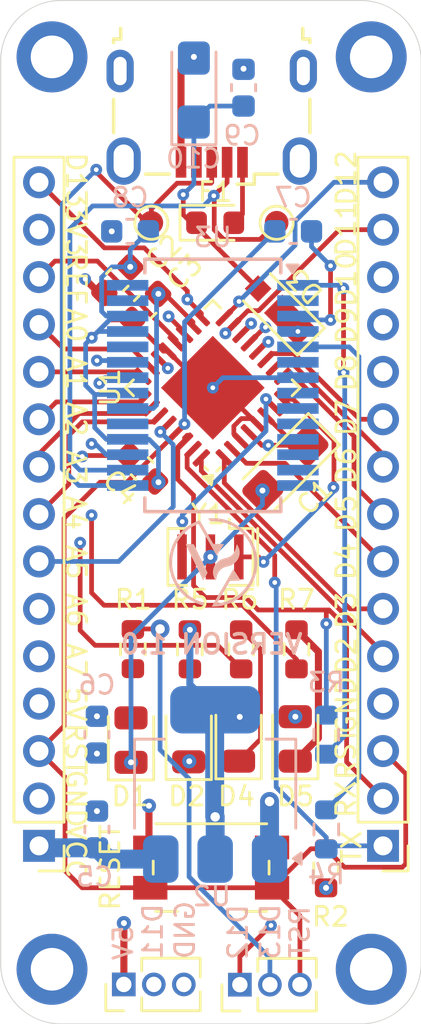
<source format=kicad_pcb>
(kicad_pcb (version 20240108) (generator "pcbnew") (generator_version "8.0")
  (layers (0 "F.Cu" signal "Front") (1 "In1.Cu" power) (2 "In2.Cu" power) (31 "B.Cu" signal "Back") (34 "B.Paste" user) (35 "F.Paste" user) (36 "B.SilkS" user "B.Silkscreen") (37 "F.SilkS" user "F.Silkscreen") (38 "B.Mask" user) (39 "F.Mask" user) (44 "Edge.Cuts" user))
  (net 0 "")
  (net 1 "+5V")
  (net 2 "GND")
  (net 3 "/AREF")
  (net 4 "VCC")
  (net 5 "/RESET")
  (net 6 "Net-(U3-RTS)")
  (net 7 "+3V3")
  (net 8 "VBUS")
  (net 9 "Net-(D1-A)")
  (net 10 "Net-(D2-A)")
  (net 11 "Net-(D4-K)")
  (net 12 "Net-(D5-K)")
  (net 13 "Net-(J1-VBUS)")
  (net 14 "/D_P")
  (net 16 "/D_N")
  (net 17 "/A2")
  (net 18 "/D13")
  (net 19 "/A6")
  (net 20 "/A3")
  (net 21 "/A5")
  (net 22 "/A0")
  (net 23 "/A7")
  (net 24 "/A1")
  (net 25 "/A4")
  (net 26 "/D3")
  (net 27 "/D6")
  (net 28 "/D4")
  (net 29 "/D1{slash}TX")
  (net 30 "/D9")
  (net 31 "/D10")
  (net 32 "/D12")
  (net 33 "/D11")
  (net 34 "/D5")
  (net 35 "/D7")
  (net 36 "/D8")
  (net 37 "/D2")
  (net 38 "/D0{slash}RX")
  (net 39 "/RX")
  (net 40 "/TX")
  (net 41 "Net-(U3-CBUS0)")
  (net 42 "Net-(U3-CBUS1)")
  (net 43 "/XTAL0")
  (net 44 "/XTAL1")
  (footprint "LED_SMD:LED_0805_2012Metric" (layer "F.Cu") (at 149.487107 100.042893 90)
    (property "Reference" "D2")
    (property "Value" "BLUE")
  )
  (footprint "Mounting Hole_1.8mm:MountingHole_2.2mm_M2_DIN965_Pad" (layer "F.Cu") (at 157.207107 109.732893 90)
    (property "Reference" "H4" (hide yes))
    (property "Value" "MountingHole_Pad" (hide yes))
  )
  (footprint "Capacitor_Tantalum_SMD:CP_EIA-3216-10_Kemet-I" (layer "F.Cu") (at 153.577107 88.575528 -135)
    (property "Reference" "C1")
    (property "Value" "4u7_16V")
  )
  (footprint "Crystal:Resonator_SMD_Murata_CSTxExxV-3Pin_3.0x1.1mm" (layer "F.Cu") (at 150.407107 92.332893 180)
    (property "Reference" "Y1")
    (property "Value" "16MHz")
  )
  (footprint "Connector_PinHeader_2.00mm:PinHeader_1x15_P2.00mm_Vertical" (layer "F.Cu") (at 143.157107 104.524935 180)
    (property "Reference" "J2" (hide yes))
    (property "Value" "Conn_01x15_Pin" (hide yes))
  )
  (footprint "Package_DFN_QFN:QFN-32-1EP_5x5mm_P0.5mm_EP3.1x3.1mm" (layer "F.Cu") (at 150.507107 85.195528 135)
    (property "Reference" "U1")
    (property "Value" "ATmega328P-M")
  )
  (footprint "Connector_USB:USB_Micro-B_Wuerth_629105150521" (layer "F.Cu") (at 150.462107 73.779935 180)
    (property "Reference" "J1" (hide yes))
    (property "Value" "USB_B_Micro")
  )
  (footprint "Connector_PinHeader_2.00mm:PinHeader_1x15_P2.00mm_Vertical" (layer "F.Cu") (at 157.707107 104.524935 180)
    (property "Reference" "J3" (hide yes))
    (property "Value" "Conn_01x15_Pin" (hide yes))
  )
  (footprint "Resistor_SMD:R_0603_1608Metric" (layer "F.Cu") (at 151.707107 96.232893 90)
    (property "Reference" "R6")
    (property "Value" "1k")
  )
  (footprint "Capacitor_SMD:C_0603_1608Metric" (layer "F.Cu") (at 147.517107 88.602893 -45)
    (property "Reference" "C4")
    (property "Value" "100n")
  )
  (footprint "TestPoint:TestPoint_Pad_D1.0mm" (layer "F.Cu") (at 153.207107 78.232893 90)
    (property "Reference" "TP2" (hide yes))
    (property "Value" "TestPoint")
  )
  (footprint "LED_SMD:LED_0805_2012Metric" (layer "F.Cu") (at 153.997107 100.012893 90)
    (property "Reference" "D5")
    (property "Value" "GREEN")
  )
  (footprint "Button_Switch_SMD:Panasonic_EVQPUK_EVQPUB" (layer "F.Cu") (at 150.437107 105.442893 180)
    (property "Reference" "SW1" (hide yes))
    (property "Value" "RESET")
  )
  (footprint "Resistor_SMD:R_0603_1608Metric" (layer "F.Cu") (at 149.537107 96.232893 -90)
    (property "Reference" "R5")
    (property "Value" "1k")
  )
  (footprint "Mounting Hole_1.8mm:MountingHole_2.2mm_M2_DIN965_Pad" (layer "F.Cu") (at 143.707107 71.232893 90)
    (property "Reference" "H2" (hide yes))
    (property "Value" "MountingHole_Pad" (hide yes))
  )
  (footprint "LED_SMD:LED_0805_2012Metric" (layer "F.Cu") (at 147.047107 100.062893 90)
    (property "Reference" "D1")
    (property "Value" "YELLOW")
  )
  (footprint "Capacitor_SMD:C_0603_1608Metric" (layer "F.Cu") (at 147.647107 81.782893 -135)
    (property "Reference" "C3")
    (property "Value" "1u")
  )
  (footprint "Connector_PinHeader_1.27mm:PinHeader_1x03_P1.27mm_Vertical" (layer "F.Cu") (at 151.652107 110.382893 90)
    (property "Reference" "J5" (hide yes))
    (property "Value" "Conn_01x03_Pin" (hide yes))
  )
  (footprint "Mounting Hole_1.8mm:MountingHole_2.2mm_M2_DIN965_Pad" (layer "F.Cu") (at 157.207107 71.232893 90)
    (property "Reference" "H1" (hide yes))
    (property "Value" "MountingHole_Pad" (hide yes))
  )
  (footprint "LED_SMD:LED_0805_2012Metric" (layer "F.Cu") (at 151.597107 100.012893 90)
    (property "Reference" "D4")
    (property "Value" "RED")
  )
  (footprint "Capacitor_SMD:C_0603_1608Metric" (layer "F.Cu") (at 146.467107 80.642893 45)
    (property "Reference" "C2")
    (property "Value" "1u")
  )
  (footprint "Resistor_SMD:R_0603_1608Metric" (layer "F.Cu") (at 155.297107 105.472893 90)
    (property "Reference" "R2")
    (property "Value" "1k")
  )
  (footprint "Resistor_SMD:R_0603_1608Metric" (layer "F.Cu") (at 154.047107 96.232893 90)
    (property "Reference" "R7")
    (property "Value" "1k")
  )
  (footprint "Connector_PinHeader_1.27mm:PinHeader_1x03_P1.27mm_Vertical" (layer "F.Cu") (at 146.742107 110.372893 90)
    (property "Reference" "J4" (hide yes))
    (property "Value" "Conn_01x03_Pin" (hide yes))
  )
  (footprint "TestPoint:TestPoint_Pad_D1.0mm" (layer "F.Cu") (at 147.907107 78.232893 90)
    (property "Reference" "TP1" (hide yes))
    (property "Value" "TestPoint")
  )
  (footprint "Resistor_SMD:R_0603_1608Metric" (layer "F.Cu") (at 147.127107 96.222893 90)
    (property "Reference" "R1")
    (property "Value" "1k")
  )
  (footprint "Diode_SMD:D_MicroSMP_AK" (layer "F.Cu") (at 153.144472 81.732893 135)
    (property "Reference" "D3")
    (property "Value" "D")
  )
  (footprint "Diode_SMD:D_0603_1608Metric" (layer "F.Cu") (at 150.607107 78.232893)
    (property "Reference" "F1")
    (property "Value" "0603")
  )
  (footprint "Mounting Hole_1.8mm:MountingHole_2.2mm_M2_DIN965_Pad" (layer "F.Cu") (at 143.707107 109.732893 90)
    (property "Reference" "H3" (hide yes))
    (property "Value" "MountingHole_Pad" (hide yes))
  )
  (footprint "Capacitor_SMD:C_0603_1608Metric" (layer "B.Cu") (at 145.607107 103.832893 90)
    (property "Reference" "C5")
    (property "Value" "1u")
  )
  (footprint "Package_SO:SSOP-28_5.3x10.2mm_P0.65mm" (layer "B.Cu") (at 150.507107 85.095528 180)
    (property "Reference" "U3")
    (property "Value" "FT232RL")
  )
  (footprint "Resistor_SMD:R_0603_1608Metric" (layer "B.Cu") (at 155.307107 103.832893 90)
    (property "Reference" "R4")
    (property "Value" "1k")
  )
  (footprint "Logo SV 2:Logo SV" (layer "B.Cu") (at 150.527044 96.476997 180)
    (property "Reference" "G***" (hide yes))
    (property "Value" "LOGO" (hide yes))
  )
  (footprint "Capacitor_Tantalum_SMD:CP_EIA-3216-10_Kemet-I" (layer "B.Cu") (at 149.707107 72.632893 90)
    (property "Reference" "C10")
    (property "Value" "4u7_16V")
  )
  (footprint "Capacitor_SMD:C_0603_1608Metric" (layer "B.Cu") (at 147.007107 78.595528 180)
    (property "Reference" "C8")
    (property "Value" "100n")
  )
  (footprint "Package_TO_SOT_SMD:SOT-223-3_TabPin2" (layer "B.Cu") (at 150.607107 101.932893 90)
    (property "Reference" "U2")
    (property "Value" "LM1117MP-5.0")
  )
  (footprint "Capacitor_SMD:C_0603_1608Metric" (layer "B.Cu") (at 153.907107 78.595528 180)
    (property "Reference" "C7")
    (property "Value" "100n")
  )
  (footprint "Capacitor_SMD:C_0603_1608Metric" (layer "B.Cu") (at 151.807107 72.532893 -90)
    (property "Reference" "C9")
    (property "Value" "100n")
  )
  (footprint "Capacitor_SMD:C_0603_1608Metric" (layer "B.Cu") (at 145.607107 99.832893 -90)
    (property "Reference" "C6")
    (property "Value" "1u")
  )
  (footprint "Resistor_SMD:R_0603_1608Metric" (layer "B.Cu") (at 155.307107 99.832893 -90)
    (property "Reference" "R3")
    (property "Value" "1k")
  )
  (gr_arc (start 141.537107 71.394935) (mid 142.281041 69.598857) (end 144.077107 68.854935) (stroke (width 0.0381)) (layer "Edge.Cuts"))
  (gr_arc (start 159.317107 109.494935) (mid 158.573143 111.290959) (end 156.777107 112.034935) (stroke (width 0.0381)) (layer "Edge.Cuts"))
  (gr_arc (start 156.777107 68.854935) (mid 158.573143 69.598886) (end 159.317107 71.394935) (stroke (width 0.0381)) (layer "Edge.Cuts"))
  (gr_arc (start 144.077107 112.034935) (mid 142.281041 111.290989) (end 141.537107 109.494935) (stroke (width 0.0381)) (layer "Edge.Cuts"))
  (gr_line (start 141.537107 71.394935) (end 141.537107 109.494935) (stroke (width 0.0381)) (layer "Edge.Cuts"))
  (gr_line (start 144.077107 112.034935) (end 156.777107 112.034935) (stroke (width 0.0381)) (layer "Edge.Cuts"))
  (gr_line (start 159.317107 109.494935) (end 159.317107 71.394935) (stroke (width 0.0381)) (layer "Edge.Cuts"))
  (gr_line (start 156.777107 68.854935) (end 144.077107 68.854935) (stroke (width 0.0381)) (layer "Edge.Cuts"))
  (gr_text "5V" (at 147.187107 107.815017 90) (layer "B.SilkS") (effects (font (size 0.8 0.8) (thickness 0.12)) (justify left bottom mirror)))
  (gr_text "D13" (at 153.407107 106.905017 90) (layer "B.SilkS") (effects (font (size 0.8 0.8) (thickness 0.12)) (justify left bottom mirror)))
  (gr_text "RST" (at 154.657107 106.995017 90) (layer "B.SilkS") (effects (font (size 0.8 0.8) (thickness 0.12)) (justify left bottom mirror)))
  (gr_text "VERSION 1.0" (at 154.387107 96.492893 0) (layer "B.SilkS") (effects (font (size 0.8128 0.8128) (thickness 0.1524) (bold yes)) (justify left bottom mirror)))
  (gr_text "D11" (at 148.437107 106.895017 90) (layer "B.SilkS") (effects (font (size 0.8 0.8) (thickness 0.12)) (justify left bottom mirror)))
  (gr_text "D12" (at 152.037107 106.925017 90) (layer "B.SilkS") (effects (font (size 0.8 0.8) (thickness 0.12)) (justify left bottom mirror)))
  (gr_text "GND\n\n" (at 151.087107 106.775017 90) (layer "B.SilkS") (effects (font (size 0.8 0.8) (thickness 0.12)) (justify left bottom mirror)))
  (gr_text "D6" (at 156.617107 89.345017 90) (layer "F.SilkS") (effects (font (size 0.8 0.8) (thickness 0.12)) (justify left bottom)))
  (gr_text "D10" (at 156.617107 81.855017 90) (layer "F.SilkS") (effects (font (size 0.8 0.8) (thickness 0.12)) (justify left bottom)))
  (gr_text "GND" (at 156.617107 99.885017 90) (layer "F.SilkS") (effects (font (size 0.8 0.8) (thickness 0.12)) (justify left bottom)))
  (gr_text "D3" (at 156.617107 95.445017 90) (layer "F.SilkS") (effects (font (size 0.8 0.8) (thickness 0.12)) (justify left bottom)))
  (gr_text "RST" (at 156.607107 101.815017 90) (layer "F.SilkS") (effects (font (size 0.8 0.8) (thickness 0.12)) (justify left bottom)))
  (gr_text "3V3\n\n" (at 142.968169 77.373955 -90) (layer "F.SilkS") (effects (font (size 0.8 0.8) (thickness 0.12)) (justify left bottom)))
  (gr_text "RX" (at 156.607107 103.415017 90) (layer "F.SilkS") (effects (font (size 0.8 0.8) (thickness 0.12)) (justify left bottom)))
  (gr_text "D7" (at 156.617107 87.305017 90) (layer "F.SilkS") (effects (font (size 0.8 0.8) (thickness 0.12)) (justify left bottom)))
  (gr_text "D13" (at 144.258169 75.193955 -90) (layer "F.SilkS") (effects (font (size 0.8 0.8) (thickness 0.12)) (justify left bottom)))
  (gr_text "D5" (at 156.617107 91.355017 90) (layer "F.SilkS") (effects (font (size 0.8 0.8) (thickness 0.12)) (justify left bottom)))
  (gr_text "D11" (at 156.607107 79.735017 90) (layer "F.SilkS") (effects (font (size 0.8 0.8) (thickness 0.12)) (justify left bottom)))
  (gr_text "RESET\n" (at 146.637107 107.322893 90) (layer "F.SilkS") (effects (font (size 0.8 0.8) (thickness 0.12)) (justify left bottom)))
  (gr_text "VCC\n" (at 144.247107 103.524935 -90) (layer "F.SilkS") (effects (font (size 0.8 0.8) (thickness 0.12)) (justify left bottom)))
  (gr_text "A4" (at 144.247107 89.672893 -90) (layer "F.SilkS") (effects (font (size 0.8 0.8) (thickness 0.12)) (justify left bottom)))
  (gr_text "A6" (at 144.267107 93.782893 -90) (layer "F.SilkS") (effects (font (size 0.8 0.8) (thickness 0.12)) (justify left bottom)))
  (gr_text "A2" (at 144.267107 85.712893 -90) (layer "F.SilkS") (effects (font (size 0.8 0.8) (thickness 0.12)) (justify left bottom)))
  (gr_text "A7" (at 144.257107 95.892893 -90) (layer "F.SilkS") (effects (font (size 0.8 0.8) (thickness 0.12)) (justify left bottom)))
  (gr_text "GND" (at 144.247107 101.232893 -90) (layer "F.SilkS") (effects (font (size 0.8 0.8) (thickness 0.12)) (justify left bottom)))
  (gr_text "TX" (at 156.847107 105.345017 90) (layer "F.SilkS") (effects (font (size 0.8 0.8) (thickness 0.12)) (justify left bottom)))
  (gr_text "D8" (at 156.617107 85.425017 90) (layer "F.SilkS") (effects (font (size 0.8 0.8) (thickness 0.12)) (justify left bottom)))
  (gr_text "A5" (at 144.257107 91.752893 -90) (layer "F.SilkS") (effects (font (size 0.8 0.8) (thickness 0.12)) (justify left bottom)))
  (gr_text "D4" (at 156.607107 93.385017 90) (layer "F.SilkS") (effects (font (size 0.8 0.8) (thickness 0.12)) (justify left bottom)))
  (gr_text "RST" (at 144.247107 99.272893 -90) (layer "F.SilkS") (effects (font (size 0.8 0.8) (thickness 0.12)) (justify left bottom)))
  (gr_text "5V" (at 144.247107 97.742893 -90) (layer "F.SilkS") (effects (font (size 0.8 0.8) (thickness 0.12)) (justify left bottom)))
  (gr_text "A1" (at 144.257107 83.752893 -90) (layer "F.SilkS") (effects (font (size 0.8 0.8) (thickness 0.12)) (justify left bottom)))
  (gr_text "D9" (at 156.627107 83.425017 90) (layer "F.SilkS") (effects (font (size 0.8 0.8) (thickness 0.12)) (justify left bottom)))
  (gr_text "REF\n" (at 144.257107 79.412893 -90) (layer "F.SilkS") (effects (font (size 0.8 0.8) (thickness 0.12)) (justify left bottom)))
  (gr_text "D12" (at 156.617107 77.585017 90) (layer "F.SilkS") (effects (font (size 0.8 0.8) (thickness 0.12)) (justify left bottom)))
  (gr_text "A0\n" (at 144.257107 81.752893 -90) (layer "F.SilkS") (effects (font (size 0.8 0.8) (thickness 0.12)) (justify left bottom)))
  (gr_text "D2" (at 156.617107 97.365017 90) (layer "F.SilkS") (effects (font (size 0.8 0.8) (thickness 0.12)) (justify left bottom)))
  (gr_text "A3" (at 144.247107 87.752893 -90) (layer "F.SilkS") (effects (font (size 0.8 0.8) (thickness 0.12)) (justify left bottom)))
  (segment (start 152.582935 87.624909) (end 152.053903 87.095877) (width 0.2) (layer "F.Cu") (net 1))
  (segment (start 152.57896 87.620934) (end 154.531701 87.620934) (width 0.2) (layer "F.Cu") (net 1))
  (segment (start 148.204579 81.233495) (end 148.477709 81.233495) (width 0.2) (layer "F.Cu") (net 1))
  (segment (start 149.667418 82.423204) (end 149.667418 82.588072) (width 0.2) (layer "F.Cu") (net 1))
  (segment (start 153.993173 87.620934) (end 152.76101 86.388771) (width 0.2) (layer "F.Cu") (net 1))
  (segment (start 146.747107 110.367893) (end 146.742107 110.372893) (width 0.3) (layer "F.Cu") (net 1))
  (segment (start 148.477709 81.233495) (end 149.667418 82.423204) (width 0.2) (layer "F.Cu") (net 1))
  (segment (start 145.919099 81.190901) (end 145.685115 81.190901) (width 0.3) (layer "F.Cu") (net 1))
  (segment (start 154.531701 87.620934) (end 153.993173 87.620934) (width 0.2) (layer "F.Cu") (net 1))
  (segment (start 152.856252 87.624909) (end 152.582935 87.624909) (width 0.2) (layer "F.Cu") (net 1))
  (segment (start 152.053903 87.095877) (end 152.57896 87.620934) (width 0.2) (layer "F.Cu") (net 1))
  (segment (start 146.747107 107.785017) (end 146.747107 110.367893) (width 0.3) (layer "F.Cu") (net 1))
  (segment (start 145.685115 81.190901) (end 145.107107 80.612893) (width 0.3) (layer "F.Cu") (net 1))
  (via (at 145.607107 99.057893) (size 0.6) (drill 0.25) (layers "F.Cu" "B.Cu") (net 1))
  (via (at 151.647107 99.082893) (size 0.6) (drill 0.25) (layers "F.Cu" "B.Cu") (net 1))
  (via (at 155.297107 106.297893) (size 0.6) (drill 0.25) (layers "F.Cu" "B.Cu") (net 1))
  (via (at 150.607107 103.302893) (size 0.8) (drill 0.4) (layers "F.Cu" "B.Cu") (net 1))
  (via (at 149.537107 95.407893) (size 0.6) (drill 0.25) (layers "F.Cu" "B.Cu") (net 1))
  (via (at 154.107107 82.820528) (size 0.5) (drill 0.2) (layers "F.Cu" "B.Cu") (net 1))
  (via (at 146.747107 107.785017) (size 0.6) (drill 0.25) (layers "F.Cu" "B.Cu") (net 1))
  (via (at 152.856252 87.624909) (size 0.5) (drill 0.2) (layers "F.Cu" "B.Cu") (net 1))
  (via (at 148.204579 81.233495) (size 0.6) (drill 0.25) (layers "F.Cu" "B.Cu") (net 1))
  (via (at 153.997107 99.075393) (size 0.6) (drill 0.25) (layers "F.Cu" "B.Cu") (net 1))
  (via (at 145.107107 80.612893) (size 0.5) (drill 0.2) (layers "F.Cu" "B.Cu") (net 1))
  (segment (start 148.128829 81.309245) (end 148.128829 85.923806) (width 0.2) (layer "B.Cu") (net 1))
  (segment (start 148.128829 85.923806) (end 147.982107 86.070528) (width 0.2) (layer "B.Cu") (net 1))
  (segment (start 147.982107 86.070528) (end 146.907107 86.070528) (width 0.2) (layer "B.Cu") (net 1))
  (segment (start 150.587107 98.802893) (end 150.607107 98.782893) (width 0.8) (layer "B.Cu") (net 1))
  (segment (start 149.537107 97.712893) (end 149.537107 95.407893) (width 0.3) (layer "B.Cu") (net 1))
  (segment (start 150.607107 98.782893) (end 149.537107 97.712893) (width 0.3) (layer "B.Cu") (net 1))
  (segment (start 150.607107 103.302893) (end 150.587107 103.282893) (width 0.8) (layer "B.Cu") (net 1))
  (segment (start 148.204579 81.233495) (end 148.128829 81.309245) (width 0.2) (layer "B.Cu") (net 1))
  (segment (start 150.607107 103.302893) (end 150.607107 105.082893) (width 0.8) (layer "B.Cu") (net 1))
  (segment (start 150.587107 103.282893) (end 150.587107 98.802893) (width 0.8) (layer "B.Cu") (net 1))
  (segment (start 145.387107 83.082893) (end 146.139099 82.330901) (width 0.2) (layer "F.Cu") (net 2))
  (segment (start 150.153554 85.195528) (end 148.606758 83.648732) (width 0.2) (layer "F.Cu") (net 2))
  (segment (start 151.714243 86.495793) (end 151.397107 86.812929) (width 0.2) (layer "F.Cu") (net 2))
  (segment (start 152.160925 86.495793) (end 151.714243 86.495793) (width 0.2) (layer "F.Cu") (net 2))
  (segment (start 150.507107 85.195528) (end 150.86066 85.195528) (width 0.2) (layer "F.Cu") (net 2))
  (segment (start 148.41693 83.648732) (end 148.606758 83.648732) (width 0.2) (layer "F.Cu") (net 2))
  (segment (start 151.397107 86.812929) (end 151.397107 87.146188) (width 0.2) (layer "F.Cu") (net 2))
  (segment (start 149.162107 71.777893) (end 149.707107 71.232893) (width 0.3) (layer "F.Cu") (net 2))
  (segment (start 153.012107 104.592893) (end 153.012107 102.757893) (width 0.3) (layer "F.Cu") (net 2))
  (segment (start 153.012107 102.757893) (end 152.907107 102.652893) (width 0.3) (layer "F.Cu") (net 2))
  (segment (start 147.807107 104.537893) (end 147.862107 104.592893) (width 0.3) (layer "F.Cu") (net 2))
  (segment (start 150.507107 85.195528) (end 150.153554 85.195528) (width 0.2) (layer "F.Cu") (net 2))
  (segment (start 147.099099 82.330901) (end 148.41693 83.648732) (width 0.2) (layer "F.Cu") (net 2))
  (segment (start 151.397107 87.146188) (end 151.70035 87.449431) (width 0.2) (layer "F.Cu") (net 2))
  (segment (start 153.007107 104.587893) (end 153.012107 104.592893) (width 0.3) (layer "F.Cu") (net 2))
  (segment (start 146.139099 82.330901) (end 147.099099 82.330901) (width 0.2) (layer "F.Cu") (net 2))
  (segment (start 149.162107 75.679935) (end 149.162107 71.777893) (width 0.3) (layer "F.Cu") (net 2))
  (segment (start 152.407456 86.742324) (end 152.160925 86.495793) (width 0.2) (layer "F.Cu") (net 2))
  (segment (start 147.807107 102.832893) (end 147.807107 104.537893) (width 0.3) (layer "F.Cu") (net 2))
  (segment (start 150.86066 85.195528) (end 152.407456 86.742324) (width 0.2) (layer "F.Cu") (net 2))
  (via (at 152.607107 89.532893) (size 0.6) (drill 0.25) (layers "F.Cu" "B.Cu") (net 2))
  (via (at 145.607107 103.057893) (size 0.6) (drill 0.25) (layers "F.Cu" "B.Cu") (net 2))
  (via (at 148.209109 89.181588) (size 0.6) (drill 0.25) (layers "F.Cu" "B.Cu") (net 2))
  (via (at 145.387107 83.082893) (size 0.5) (drill 0.2) (layers "F.Cu" "B.Cu") (net 2))
  (via (at 145.607107 100.632893) (size 0.6) (drill 0.25) (layers "F.Cu" "B.Cu") (net 2))
  (via (at 152.907107 102.652893) (size 0.8) (drill 0.4) (layers "F.Cu" "B.Cu") (net 2))
  (via (at 151.807107 71.732893) (size 0.6) (drill 0.25) (layers "F.Cu" "B.Cu") (net 2))
  (via (at 149.707107 71.232893) (size 0.6) (drill 0.25) (layers "F.Cu" "B.Cu") (net 2))
  (via (at 150.407107 92.332893) (size 0.6) (drill 0.25) (layers "F.Cu" "B.Cu") (net 2))
  (via (at 150.507107 85.195528) (size 0.5) (drill 0.2) (layers "F.Cu" "B.Cu") (net 2))
  (via (at 147.015115 80.094885) (size 0.6) (drill 0.25) (layers "F.Cu" "B.Cu") (net 2))
  (via (at 149.510857 100.956643) (size 0.6) (drill 0.25) (layers "F.Cu" "B.Cu") (net 2))
  (via (at 147.807107 102.832893) (size 0.6) (drill 0.25) (layers "F.Cu" "B.Cu") (net 2))
  (via (at 147.047107 101.000393) (size 0.6) (drill 0.25) (layers "F.Cu" "B.Cu") (net 2))
  (segment (start 145.51103 85.478935) (end 145.130107 85.098012) (width 0.2) (layer "B.Cu") (net 2))
  (segment (start 145.805107 80.534893) (end 146.245115 80.094885) (width 0.2) (layer "B.Cu") (net 2))
  (segment (start 146.245115 80.094885) (end 147.015115 80.094885) (width 0.2) (layer "B.Cu") (net 2))
  (segment (start 152.607107 90.132893) (end 150.407107 92.332893) (width 0.2) (layer "B.Cu") (net 2))
  (segment (start 152.907107 102.652893) (end 152.907107 105.082893) (width 0.8) (layer "B.Cu") (net 2))
  (segment (start 150.507107 85.195528) (end 150.932107 84.770528) (width 0.2) (layer "B.Cu") (net 2))
  (segment (start 147.015115 79.36252) (end 147.782107 78.595528) (width 0.2) (layer "B.Cu") (net 2))
  (segment (start 146.907107 87.370528) (end 146.003107 87.370528) (width 0.2) (layer "B.Cu") (net 2))
  (segment (start 146.907107 85.420528) (end 146.8487 85.478935) (width 0.2) (layer "B.Cu") (net 2))
  (segment (start 154.004742 84.770528) (end 153.807107 84.572893) (width 0.2) (layer "B.Cu") (net 2))
  (segment (start 145.805107 81.972528) (end 145.805107 80.534893) (width 0.2) (layer "B.Cu") (net 2))
  (segment (start 145.649472 82.820528) (end 145.387107 83.082893) (width 0.2) (layer "B.Cu") (net 2))
  (segment (start 146.907107 82.170528) (end 146.003107 82.170528) (width 0.2) (layer "B.Cu") (net 2))
  (segment (start 146.003107 82.170528) (end 145.805107 81.972528) (width 0.2) (layer "B.Cu") (net 2))
  (segment (start 146.299472 82.170528) (end 146.907107 82.170528) (width 0.2) (layer "B.Cu") (net 2))
  (segment (start 145.51103 86.878451) (end 145.51103 85.478935) (width 0.2) (layer "B.Cu") (net 2))
  (segment (start 147.047107 95.692893) (end 147.047107 101.000393) (width 0.2) (layer "B.Cu") (net 2))
  (segment (start 150.932107 84.770528) (end 154.107107 84.770528) (width 0.2) (layer "B.Cu") (net 2))
  (segment (start 150.407107 92.332893) (end 147.047107 95.692893) (width 0.2) (layer "B.Cu") (net 2))
  (segment (start 147.015115 80.094885) (end 147.015115 79.36252) (width 0.2) (layer "B.Cu") (net 2))
  (segment (start 147.811107 87.370528) (end 148.209109 87.76853) (width 0.2) (layer "B.Cu") (net 2))
  (segment (start 145.130107 83.339893) (end 145.387107 83.082893) (width 0.2) (layer "B.Cu") (net 2))
  (segment (start 146.8487 85.478935) (end 145.51103 85.478935) (width 0.2) (layer "B.Cu") (net 2))
  (segment (start 146.907107 87.370528) (end 147.811107 87.370528) (width 0.2) (layer "B.Cu") (net 2))
  (segment (start 145.130107 85.098012) (end 145.130107 83.339893) (width 0.2) (layer "B.Cu") (net 2))
  (segment (start 148.209109 87.76853) (end 148.209109 89.181588) (width 0.2) (layer "B.Cu") (net 2))
  (segment (start 146.907107 82.820528) (end 145.649472 82.820528) (width 0.2) (layer "B.Cu") (net 2))
  (segment (start 145.387107 83.082893) (end 146.299472 82.170528) (width 0.2) (layer "B.Cu") (net 2))
  (segment (start 146.003107 87.370528) (end 145.51103 86.878451) (width 0.2) (layer "B.Cu") (net 2))
  (segment (start 152.607107 89.532893) (end 152.607107 90.132893) (width 0.2) (layer "B.Cu") (net 2))
  (segment (start 145.624149 79.849935) (end 143.832107 79.849935) (width 0.2) (layer "F.Cu") (net 3))
  (segment (start 148.960311 83.295179) (end 148.960311 83.186097) (width 0.2) (layer "F.Cu") (net 3))
  (segment (start 143.832107 79.849935) (end 143.157107 80.524935) (width 0.2) (layer "F.Cu") (net 3))
  (segment (start 145.025115 88.054885) (end 146.969099 88.054885) (width 0.2) (layer "F.Cu") (net 3))
  (segment (start 144.987107 88.092893) (end 145.025115 88.054885) (width 0.2) (layer "F.Cu") (net 3))
  (segment (start 148.960311 83.186097) (end 145.624149 79.849935) (width 0.2) (layer "F.Cu") (net 3))
  (via (at 144.987107 88.092893) (size 0.5) (drill 0.2) (layers "F.Cu" "B.Cu") (net 3))
  (segment (start 148.307107 105.082893) (end 146.082107 105.082893) (width 0.8) (layer "B.Cu") (net 4))
  (segment (start 145.607107 104.607893) (end 143.240065 104.607893) (width 0.8) (layer "B.Cu") (net 4))
  (segment (start 143.240065 104.607893) (end 143.157107 104.524935) (width 0.8) (layer "B.Cu") (net 4))
  (segment (start 146.082107 105.082893) (end 145.607107 104.607893) (width 0.8) (layer "B.Cu") (net 4))
  (segment (start 143.157107 100.524935) (end 144.217107 99.464935) (width 0.2) (layer "F.Cu") (net 5))
  (segment (start 158.667107 101.484935) (end 157.707107 100.524935) (width 0.2) (layer "F.Cu") (net 5))
  (segment (start 144.217107 90.702893) (end 145.737107 89.182893) (width 0.2) (layer "F.Cu") (net 5))
  (segment (start 144.257107 101.624935) (end 143.157107 100.524935) (width 0.2) (layer "F.Cu") (net 5))
  (segment (start 158.523065 105.426935) (end 158.667107 105.282893) (width 0.2) (layer "F.Cu") (net 5))
  (segment (start 145.737107 89.182893) (end 146.873295 89.182893) (width 0.2) (layer "F.Cu") (net 5))
  (segment (start 146.873295 89.182893) (end 148.636107 87.420081) (width 0.2) (layer "F.Cu") (net 5))
  (segment (start 156.076149 105.426935) (end 158.523065 105.426935) (width 0.2) (layer "F.Cu") (net 5))
  (segment (start 144.977107 106.292893) (end 144.257107 105.572893) (width 0.2) (layer "F.Cu") (net 5))
  (segment (start 149.308296 86.721908) (end 149.308296 86.747892) (width 0.2) (layer "F.Cu") (net 5))
  (segment (start 148.70555 87.350638) (end 148.960311 87.095877) (width 0.2) (layer "F.Cu") (net 5))
  (segment (start 154.192107 107.472893) (end 153.012107 106.292893) (width 0.2) (layer "F.Cu") (net 5))
  (segment (start 147.862107 106.292893) (end 144.977107 106.292893) (width 0.2) (layer "F.Cu") (net 5))
  (segment (start 155.297107 104.647893) (end 156.076149 105.426935) (width 0.2) (layer "F.Cu") (net 5))
  (segment (start 154.192107 110.382893) (end 154.192107 107.472893) (width 0.2) (layer "F.Cu") (net 5))
  (segment (start 149.308296 86.747892) (end 148.960311 87.095877) (width 0.2) (layer "F.Cu") (net 5))
  (segment (start 144.257107 105.572893) (end 144.257107 101.624935) (width 0.2) (layer "F.Cu") (net 5))
  (segment (start 154.657107 104.647893) (end 155.297107 104.647893) (width 0.2) (layer "F.Cu") (net 5))
  (segment (start 153.012107 106.292893) (end 154.657107 104.647893) (width 0.2) (layer "F.Cu") (net 5))
  (segment (start 158.667107 105.282893) (end 158.667107 101.484935) (width 0.2) (layer "F.Cu") (net 5))
  (segment (start 153.012107 106.292893) (end 147.862107 106.292893) (width 0.2) (layer "F.Cu") (net 5))
  (segment (start 144.217107 99.464935) (end 144.217107 90.702893) (width 0.2) (layer "F.Cu") (net 5))
  (via (at 149.308296 86.721908) (size 0.5) (drill 0.2) (layers "F.Cu" "B.Cu") (net 5))
  (segment (start 149.313194 82.414441) (end 153.132107 78.595528) (width 0.2) (layer "B.Cu") (net 5))
  (segment (start 149.308296 86.721908) (end 149.313194 86.71701) (width 0.2) (layer "B.Cu") (net 5))
  (segment (start 149.313194 86.71701) (end 149.313194 82.414441) (width 0.2) (layer "B.Cu") (net 5))
  (segment (start 155.487107 80.047935) (end 155.487107 82.332893) (width 0.2) (layer "F.Cu") (net 6))
  (via (at 155.487107 82.332893) (size 0.5) (drill 0.2) (layers "F.Cu" "B.Cu") (net 6))
  (via (at 155.487107 80.047935) (size 0.5) (drill 0.2) (layers "F.Cu" "B.Cu") (net 6))
  (segment (start 155.487107 82.332893) (end 154.269472 82.332893) (width 0.2) (layer "B.Cu") (net 6))
  (segment (start 154.682107 79.242935) (end 155.487107 80.047935) (width 0.2) (layer "B.Cu") (net 6))
  (segment (start 154.269472 82.332893) (end 154.107107 82.170528) (width 0.2) (layer "B.Cu") (net 6))
  (segment (start 154.682107 78.595528) (end 154.682107 79.242935) (width 0.2) (layer "B.Cu") (net 6))
  (via (at 146.232107 78.595528) (size 0.6) (drill 0.25) (layers "F.Cu" "B.Cu") (net 7))
  (via (at 145.380107 87.558267) (size 0.5) (drill 0.2) (layers "F.Cu" "B.Cu") (net 7))
  (segment (start 145.540846 87.558267) (end 146.003107 88.020528) (width 0.2) (layer "B.Cu") (net 7))
  (segment (start 146.003107 88.020528) (end 146.907107 88.020528) (width 0.2) (layer "B.Cu") (net 7))
  (segment (start 145.380107 87.558267) (end 145.540846 87.558267) (width 0.2) (layer "B.Cu") (net 7))
  (segment (start 149.257107 77.892893) (end 149.597107 78.232893) (width 0.2) (layer "F.Cu") (net 8))
  (segment (start 149.597107 78.232893) (end 149.819607 78.232893) (width 0.2) (layer "F.Cu") (net 8))
  (segment (start 152.423223 81.011644) (end 149.819607 78.408028) (width 0.2) (layer "F.Cu") (net 8))
  (segment (start 149.257107 77.045893) (end 149.257107 77.892893) (width 0.2) (layer "F.Cu") (net 8))
  (segment (start 149.819607 78.408028) (end 149.819607 78.232893) (width 0.2) (layer "F.Cu") (net 8))
  (via (at 149.257107 77.045893) (size 0.5) (drill 0.2) (layers "F.Cu" "B.Cu") (net 8))
  (segment (start 151.807107 73.307893) (end 150.382107 73.307893) (width 0.2) (layer "B.Cu") (net 8))
  (segment (start 149.257107 77.045893) (end 149.707107 76.595893) (width 0.2) (layer "B.Cu") (net 8))
  (segment (start 149.707107 76.595893) (end 149.707107 73.982893) (width 0.2) (layer "B.Cu") (net 8))
  (segment (start 150.382107 73.307893) (end 149.707107 73.982893) (width 0.2) (layer "B.Cu") (net 8))
  (segment (start 147.047107 97.127893) (end 147.127107 97.047893) (width 0.2) (layer "F.Cu") (net 9))
  (segment (start 147.047107 99.125393) (end 147.047107 97.127893) (width 0.2) (layer "F.Cu") (net 9))
  (segment (start 149.537107 99.055393) (end 149.487107 99.105393) (width 0.2) (layer "F.Cu") (net 10))
  (segment (start 149.537107 97.057893) (end 149.537107 99.055393) (width 0.2) (layer "F.Cu") (net 10))
  (segment (start 151.597107 100.950393) (end 152.524107 100.023393) (width 0.2) (layer "F.Cu") (net 11))
  (segment (start 152.524107 100.023393) (end 152.524107 96.224893) (width 0.2) (layer "F.Cu") (net 11))
  (segment (start 152.524107 96.224893) (end 151.707107 95.407893) (width 0.2) (layer "F.Cu") (net 11))
  (segment (start 153.997107 100.950393) (end 154.974107 99.973393) (width 0.3) (layer "F.Cu") (net 12))
  (segment (start 154.974107 99.973393) (end 154.974107 96.334893) (width 0.3) (layer "F.Cu") (net 12))
  (segment (start 154.974107 96.334893) (end 154.047107 95.407893) (width 0.3) (layer "F.Cu") (net 12))
  (segment (start 151.762107 77.865393) (end 151.762107 75.679935) (width 0.2) (layer "F.Cu") (net 13))
  (segment (start 151.394607 78.232893) (end 151.762107 77.865393) (width 0.2) (layer "F.Cu") (net 13))
  (segment (start 145.577107 75.992893) (end 145.577107 76.091266) (width 0.2) (layer "F.Cu") (net 14))
  (segment (start 150.462107 76.529935) (end 150.429149 76.562893) (width 0.2) (layer "F.Cu") (net 14))
  (segment (start 147.718734 78.232893) (end 147.907107 78.232893) (width 0.2) (layer "F.Cu") (net 14))
  (segment (start 150.429149 76.562893) (end 148.997107 76.562893) (width 0.2) (layer "F.Cu") (net 14))
  (segment (start 148.997107 76.562893) (end 147.907107 77.652893) (width 0.2) (layer "F.Cu") (net 14))
  (segment (start 147.907107 77.652893) (end 147.907107 78.232893) (width 0.2) (layer "F.Cu") (net 14))
  (segment (start 150.462107 75.679935) (end 150.462107 76.529935) (width 0.2) (layer "F.Cu") (net 14))
  (segment (start 145.577107 76.091266) (end 147.718734 78.232893) (width 0.2) (layer "F.Cu") (net 14))
  (via (at 145.577107 75.992893) (size 0.5) (drill 0.2) (layers "F.Cu" "B.Cu") (net 14))
  (segment (start 146.907107 89.320528) (end 144.844742 89.320528) (width 0.2) (layer "B.Cu") (net 14))
  (segment (start 144.137107 77.432893) (end 145.577107 75.992893) (width 0.2) (layer "B.Cu") (net 14))
  (segment (start 144.844742 89.320528) (end 144.137107 88.612893) (width 0.2) (layer "B.Cu") (net 14))
  (segment (start 144.137107 88.612893) (end 144.137107 77.432893) (width 0.2) (layer "B.Cu") (net 14))
  (segment (start 150.567107 77.110851) (end 150.567107 78.532893) (width 0.2) (layer "F.Cu") (net 16))
  (segment (start 150.549149 77.092893) (end 150.567107 77.110851) (width 0.2) (layer "F.Cu") (net 16))
  (segment (start 150.969107 78.934893) (end 152.505107 78.934893) (width 0.2) (layer "F.Cu") (net 16))
  (segment (start 151.112107 76.529935) (end 151.112107 75.679935) (width 0.2) (layer "F.Cu") (net 16))
  (segment (start 150.567107 78.532893) (end 150.969107 78.934893) (width 0.2) (layer "F.Cu") (net 16))
  (segment (start 152.505107 78.934893) (end 153.207107 78.232893) (width 0.2) (layer "F.Cu") (net 16))
  (segment (start 150.549149 77.092893) (end 151.112107 76.529935) (width 0.2) (layer "F.Cu") (net 16))
  (via (at 150.549149 77.092893) (size 0.5) (drill 0.2) (layers "F.Cu" "B.Cu") (net 16))
  (segment (start 150.119149 77.522893) (end 145.427107 77.522893) (width 0.2) (layer "B.Cu") (net 16))
  (segment (start 144.464107 88.249893) (end 144.884742 88.670528) (width 0.2) (layer "B.Cu") (net 16))
  (segment (start 145.427107 77.522893) (end 144.464107 78.485893) (width 0.2) (layer "B.Cu") (net 16))
  (segment (start 150.549149 77.092893) (end 150.119149 77.522893) (width 0.2) (layer "B.Cu") (net 16))
  (segment (start 144.464107 78.485893) (end 144.464107 88.249893) (width 0.2) (layer "B.Cu") (net 16))
  (segment (start 144.884742 88.670528) (end 146.907107 88.670528) (width 0.2) (layer "B.Cu") (net 16))
  (segment (start 143.157107 86.524935) (end 143.889149 85.792893) (width 0.2) (layer "F.Cu") (net 17))
  (segment (start 143.889149 85.792893) (end 147.434868 85.792893) (width 0.2) (layer "F.Cu") (net 17))
  (segment (start 147.434868 85.792893) (end 147.546097 85.681664) (width 0.2) (layer "F.Cu") (net 17))
  (segment (start 143.157107 76.524935) (end 145.925065 79.292893) (width 0.2) (layer "F.Cu") (net 18))
  (segment (start 150.020971 82.057743) (end 150.020971 82.234518) (width 0.2) (layer "F.Cu") (net 18))
  (segment (start 145.925065 79.292893) (end 147.607107 79.292893) (width 0.2) (layer "F.Cu") (net 18))
  (segment (start 148.277107 95.372893) (end 147.152107 95.372893) (width 0.2) (layer "F.Cu") (net 18))
  (segment (start 147.152107 95.372893) (end 147.127107 95.397893) (width 0.2) (layer "F.Cu") (net 18))
  (segment (start 149.431614 81.468386) (end 150.020971 82.057743) (width 0.2) (layer "F.Cu") (net 18))
  (segment (start 147.607107 79.292893) (end 149.431614 81.1174) (width 0.2) (layer "F.Cu") (net 18))
  (segment (start 149.431614 81.1174) (end 149.431614 81.468386) (width 0.2) (layer "F.Cu") (net 18))
  (via (at 148.277107 95.372893) (size 0.8) (drill 0.4) (layers "F.Cu" "B.Cu") (net 18))
  (via (at 149.431614 81.468386) (size 0.5) (drill 0.2) (layers "F.Cu" "B.Cu") (net 18))
  (segment (start 152.922107 109.249251) (end 149.504107 105.831251) (width 0.2) (layer "B.Cu") (net 18))
  (segment (start 148.277107 100.468184) (end 148.277107 95.372893) (width 0.2) (layer "B.Cu") (net 18))
  (segment (start 152.922107 110.382893) (end 152.922107 109.249251) (width 0.2) (layer "B.Cu") (net 18))
  (segment (start 149.504107 105.831251) (end 149.504107 101.695184) (width 0.2) (layer "B.Cu") (net 18))
  (segment (start 149.504107 101.695184) (end 148.277107 100.468184) (width 0.2) (layer "B.Cu") (net 18))
  (segment (start 149.313864 82.85965) (end 148.637107 82.182893) (width 0.2) (layer "F.Cu") (net 19))
  (segment (start 149.313864 82.941625) (end 149.313864 82.85965) (width 0.2) (layer "F.Cu") (net 19))
  (via (at 148.637107 82.182893) (size 0.5) (drill 0.2) (layers "F.Cu" "B.Cu") (net 19))
  (segment (start 143.157107 87.982893) (end 144.858252 86.281748) (width 0.2) (layer "F.Cu") (net 20))
  (segment (start 143.157107 88.524935) (end 143.157107 87.982893) (width 0.2) (layer "F.Cu") (net 20))
  (segment (start 144.858252 86.281748) (end 147.65312 86.281748) (width 0.2) (layer "F.Cu") (net 20))
  (segment (start 147.65312 86.281748) (end 147.899651 86.035217) (width 0.2) (layer "F.Cu") (net 20))
  (segment (start 148.293851 87.055231) (end 148.606758 86.742324) (width 0.2) (layer "F.Cu") (net 21))
  (segment (start 148.288694 87.055231) (end 148.293851 87.055231) (width 0.2) (layer "F.Cu") (net 21))
  (via (at 148.288694 87.055231) (size 0.5) (drill 0.2) (layers "F.Cu" "B.Cu") (net 21))
  (segment (start 146.525065 92.524935) (end 143.157107 92.524935) (width 0.2) (layer "B.Cu") (net 21))
  (segment (start 148.834107 87.600644) (end 148.834107 90.215893) (width 0.2) (layer "B.Cu") (net 21))
  (segment (start 148.288694 87.055231) (end 148.834107 87.600644) (width 0.2) (layer "B.Cu") (net 21))
  (segment (start 148.834107 90.215893) (end 146.525065 92.524935) (width 0.2) (layer "B.Cu") (net 21))
  (segment (start 143.707107 83.062893) (end 144.204107 83.559893) (width 0.2) (layer "F.Cu") (net 22))
  (segment (start 143.695065 83.062893) (end 143.707107 83.062893) (width 0.2) (layer "F.Cu") (net 22))
  (segment (start 143.157107 82.524935) (end 143.695065 83.062893) (width 0.2) (layer "F.Cu") (net 22))
  (segment (start 144.204107 83.559893) (end 147.103705 83.559893) (width 0.2) (layer "F.Cu") (net 22))
  (segment (start 147.103705 83.559893) (end 147.899651 84.355839) (width 0.2) (layer "F.Cu") (net 22))
  (segment (start 148.253204 84.002285) (end 148.253204 84.01899) (width 0.2) (layer "F.Cu") (net 23))
  (segment (start 148.253204 84.01899) (end 148.605829 84.371615) (width 0.2) (layer "F.Cu") (net 23))
  (via (at 148.605829 84.371615) (size 0.5) (drill 0.2) (layers "F.Cu" "B.Cu") (net 23))
  (segment (start 143.157107 84.524935) (end 147.36164 84.524935) (width 0.2) (layer "F.Cu") (net 24))
  (segment (start 147.36164 84.524935) (end 147.546097 84.709392) (width 0.2) (layer "F.Cu") (net 24))
  (segment (start 144.417107 89.264935) (end 144.417107 87.202893) (width 0.2) (layer "F.Cu") (net 25))
  (segment (start 148.006674 86.635301) (end 148.253204 86.388771) (width 0.2) (layer "F.Cu") (net 25))
  (segment (start 144.417107 87.202893) (end 144.984699 86.635301) (width 0.2) (layer "F.Cu") (net 25))
  (segment (start 144.984699 86.635301) (end 148.006674 86.635301) (width 0.2) (layer "F.Cu") (net 25))
  (segment (start 143.157107 90.524935) (end 144.417107 89.264935) (width 0.2) (layer "F.Cu") (net 25))
  (segment (start 150.993243 89.21183) (end 150.993243 88.156538) (width 0.2) (layer "F.Cu") (net 26))
  (segment (start 157.707107 94.524935) (end 156.306348 94.524935) (width 0.2) (layer "F.Cu") (net 26))
  (segment (start 156.306348 94.524935) (end 150.993243 89.21183) (width 0.2) (layer "F.Cu") (net 26))
  (segment (start 153.114563 84.355839) (end 153.376959 84.093443) (width 0.2) (layer "F.Cu") (net 27))
  (segment (start 155.479234 85.780766) (end 155.479235 85.780766) (width 0.2) (layer "F.Cu") (net 27))
  (segment (start 153.791912 84.093443) (end 155.404234 85.705766) (width 0.2) (layer "F.Cu") (net 27))
  (segment (start 153.376959 84.093443) (end 153.791912 84.093443) (width 0.2) (layer "F.Cu") (net 27))
  (segment (start 157.707107 88.008638) (end 157.707107 88.524935) (width 0.2) (layer "F.Cu") (net 27))
  (segment (start 155.404234 85.705766) (end 155.479234 85.780766) (width 0.2) (layer "F.Cu") (net 27))
  (segment (start 155.479235 85.780766) (end 157.707107 88.008638) (width 0.2) (layer "F.Cu") (net 27))
  (segment (start 157.707107 92.524935) (end 153.565065 88.382893) (width 0.2) (layer "F.Cu") (net 28))
  (segment (start 153.565065 88.382893) (end 151.926705 88.382893) (width 0.2) (layer "F.Cu") (net 28))
  (segment (start 151.926705 88.382893) (end 151.346796 87.802984) (width 0.2) (layer "F.Cu") (net 28))
  (segment (start 153.127107 92.272893) (end 149.420887 88.566673) (width 0.2) (layer "F.Cu") (net 29))
  (segment (start 153.127107 93.412893) (end 153.127107 92.272893) (width 0.2) (layer "F.Cu") (net 29))
  (segment (start 149.420887 88.049515) (end 149.667418 87.802984) (width 0.2) (layer "F.Cu") (net 29))
  (segment (start 149.420887 88.566673) (end 149.420887 88.049515) (width 0.2) (layer "F.Cu") (net 29))
  (via (at 153.127107 93.412893) (size 0.5) (drill 0.2) (layers "F.Cu" "B.Cu") (net 29))
  (segment (start 155.307107 104.166181) (end 155.307107 104.657893) (width 0.2) (layer "B.Cu") (net 29))
  (segment (start 157.707107 104.524935) (end 155.440065 104.524935) (width 0.2) (layer "B.Cu") (net 29))
  (segment (start 153.187107 102.046181) (end 155.307107 104.166181) (width 0.2) (layer "B.Cu") (net 29))
  (segment (start 153.187107 93.472893) (end 153.187107 102.046181) (width 0.2) (layer "B.Cu") (net 29))
  (segment (start 153.127107 93.412893) (end 153.187107 93.472893) (width 0.2) (layer "B.Cu") (net 29))
  (segment (start 155.440065 104.524935) (end 155.307107 104.657893) (width 0.2) (layer "B.Cu") (net 29))
  (segment (start 152.733166 82.642265) (end 152.741311 82.65041) (width 0.2) (layer "F.Cu") (net 30))
  (segment (start 152.741311 82.65041) (end 152.741311 82.683798) (width 0.2) (layer "F.Cu") (net 30))
  (segment (start 152.733166 82.642265) (end 152.706817 82.642265) (width 0.2) (layer "F.Cu") (net 30))
  (segment (start 152.706817 82.642265) (end 152.053903 83.295179) (width 0.2) (layer "F.Cu") (net 30))
  (via (at 152.733166 82.642265) (size 0.5) (drill 0.2) (layers "F.Cu" "B.Cu") (net 30))
  (segment (start 152.126831 82.515144) (end 151.70035 82.941625) (width 0.2) (layer "F.Cu") (net 31))
  (segment (start 152.126831 82.482617) (end 152.126831 82.515144) (width 0.2) (layer "F.Cu") (net 31))
  (via (at 152.126831 82.482617) (size 0.5) (drill 0.2) (layers "F.Cu" "B.Cu") (net 31))
  (segment (start 151.617107 81.610654) (end 150.993243 82.234518) (width 0.2) (layer "F.Cu") (net 32))
  (segment (start 151.652107 109.197893) (end 152.967107 107.882893) (width 0.2) (layer "F.Cu") (net 32))
  (segment (start 151.617107 81.552893) (end 151.617107 81.610654) (width 0.2) (layer "F.Cu") (net 32))
  (segment (start 151.652107 110.382893) (end 151.652107 109.197893) (width 0.2) (layer "F.Cu") (net 32))
  (via (at 151.617107 81.552893) (size 0.5) (drill 0.2) (layers "F.Cu" "B.Cu") (net 32))
  (via (at 152.967107 107.882893) (size 0.5) (drill 0.2) (layers "F.Cu" "B.Cu") (net 32))
  (segment (start 155.63224 76.524935) (end 153.987107 78.170068) (width 0.2) (layer "B.Cu") (net 32))
  (segment (start 153.987107 79.182893) (end 151.617107 81.552893) (width 0.2) (layer "B.Cu") (net 32))
  (segment (start 157.707107 76.524935) (end 155.63224 76.524935) (width 0.2) (layer "B.Cu") (net 32))
  (segment (start 153.987107 78.170068) (end 153.987107 79.182893) (width 0.2) (layer "B.Cu") (net 32))
  (segment (start 151.346796 82.590884) (end 151.040016 82.897664) (width 0.2) (layer "F.Cu") (net 33))
  (segment (start 155.861696 78.524935) (end 157.707107 78.524935) (width 0.2) (layer "F.Cu") (net 33))
  (segment (start 152.44371 81.942921) (end 155.861696 78.524935) (width 0.2) (layer "F.Cu") (net 33))
  (segment (start 151.346796 82.588072) (end 151.991947 81.942921) (width 0.2) (layer "F.Cu") (net 33))
  (segment (start 151.991947 81.942921) (end 152.44371 81.942921) (width 0.2) (layer "F.Cu") (net 33))
  (segment (start 151.346796 82.588072) (end 151.346796 82.590884) (width 0.2) (layer "F.Cu") (net 33))
  (via (at 151.040016 82.897664) (size 0.5) (drill 0.2) (layers "F.Cu" "B.Cu") (net 33))
  (segment (start 157.707107 90.524935) (end 156.477107 89.294935) (width 0.2) (layer "F.Cu") (net 34))
  (segment (start 153.945413 84.709392) (end 153.468117 84.709392) (width 0.2) (layer "F.Cu") (net 34))
  (segment (start 156.477107 87.241086) (end 153.945413 84.709392) (width 0.2) (layer "F.Cu") (net 34))
  (segment (start 156.477107 89.294935) (end 156.477107 87.241086) (width 0.2) (layer "F.Cu") (net 34))
  (segment (start 153.947173 83.755755) (end 153.00754 83.755755) (width 0.2) (layer "F.Cu") (net 35))
  (segment (start 153.00754 83.755755) (end 152.76101 84.002285) (width 0.2) (layer "F.Cu") (net 35))
  (segment (start 156.716353 86.524935) (end 153.947173 83.755755) (width 0.2) (layer "F.Cu") (net 35))
  (segment (start 157.707107 86.524935) (end 156.716353 86.524935) (width 0.2) (layer "F.Cu") (net 35))
  (segment (start 152.855105 83.257296) (end 152.798892 83.257296) (width 0.2) (layer "F.Cu") (net 36))
  (segment (start 152.798892 83.257296) (end 152.407456 83.648732) (width 0.2) (layer "F.Cu") (net 36))
  (via (at 152.855105 83.257296) (size 0.5) (drill 0.2) (layers "F.Cu" "B.Cu") (net 36))
  (segment (start 157.707107 96.524935) (end 157.707107 96.390445) (width 0.2) (layer "F.Cu") (net 37))
  (segment (start 150.020971 88.704309) (end 150.020971 88.156538) (width 0.2) (layer "F.Cu") (net 37))
  (segment (start 157.707107 96.390445) (end 150.020971 88.704309) (width 0.2) (layer "F.Cu") (net 37))
  (segment (start 157.707107 102.524935) (end 156.167107 100.984935) (width 0.2) (layer "F.Cu") (net 38))
  (segment (start 149.694107 93.539893) (end 149.694107 89.729893) (width 0.2) (layer "F.Cu") (net 38))
  (segment (start 156.167107 95.312893) (end 155.427107 94.572893) (width 0.2) (layer "F.Cu") (net 38))
  (segment (start 149.313864 87.312151) (end 149.427107 87.198908) (width 0.2) (layer "F.Cu") (net 38))
  (segment (start 155.427107 94.572893) (end 152.424555 94.572893) (width 0.2) (layer "F.Cu") (net 38))
  (segment (start 149.027107 89.062893) (end 149.027107 87.736188) (width 0.2) (layer "F.Cu") (net 38))
  (segment (start 149.027107 87.736188) (end 149.313864 87.449431) (width 0.2) (layer "F.Cu") (net 38))
  (segment (start 156.167107 100.984935) (end 156.167107 95.312893) (width 0.2) (layer "F.Cu") (net 38))
  (segment (start 151.897555 94.045893) (end 150.200107 94.045893) (width 0.2) (layer "F.Cu") (net 38))
  (segment (start 149.313864 87.449431) (end 149.313864 87.312151) (width 0.2) (layer "F.Cu") (net 38))
  (segment (start 155.307107 94.692893) (end 155.427107 94.572893) (width 0.2) (layer "F.Cu") (net 38))
  (segment (start 149.694107 89.729893) (end 149.027107 89.062893) (width 0.2) (layer "F.Cu") (net 38))
  (segment (start 150.200107 94.045893) (end 149.694107 93.539893) (width 0.2) (layer "F.Cu") (net 38))
  (segment (start 152.424555 94.572893) (end 151.897555 94.045893) (width 0.2) (layer "F.Cu") (net 38))
  (segment (start 155.307107 95.152893) (end 155.307107 94.692893) (width 0.2) (layer "F.Cu") (net 38))
  (via (at 155.307107 95.152893) (size 0.5) (drill 0.2) (layers "F.Cu" "B.Cu") (net 38))
  (segment (start 155.307107 99.007893) (end 155.307107 95.152893) (width 0.2) (layer "B.Cu") (net 38))
  (segment (start 156.027107 81.001935) (end 156.037999 81.012827) (width 0.2) (layer "F.Cu") (net 39))
  (segment (start 156.037999 81.012827) (end 156.037999 84.555017) (width 0.2) (layer "F.Cu") (net 39))
  (via (at 156.027107 81.001935) (size 0.5) (drill 0.2) (layers "F.Cu" "B.Cu") (net 39))
  (via (at 156.037999 84.555017) (size 0.5) (drill 0.2) (layers "F.Cu" "B.Cu") (net 39))
  (segment (start 156.087107 84.604125) (end 156.087107 99.877893) (width 0.2) (layer "B.Cu") (net 39))
  (segment (start 156.027107 81.001935) (end 155.8957 80.870528) (width 0.2) (layer "B.Cu") (net 39))
  (segment (start 156.087107 99.877893) (end 155.307107 100.657893) (width 0.2) (layer "B.Cu") (net 39))
  (segment (start 156.037999 84.555017) (end 156.087107 84.604125) (width 0.2) (layer "B.Cu") (net 39))
  (segment (start 155.8957 80.870528) (end 154.107107 80.870528) (width 0.2) (layer "B.Cu") (net 39))
  (segment (start 156.687107 83.882893) (end 156.274742 83.470528) (width 0.2) (layer "B.Cu") (net 40))
  (segment (start 155.307107 103.007893) (end 156.687107 101.627893) (width 0.2) (layer "B.Cu") (net 40))
  (segment (start 156.687107 101.627893) (end 156.687107 83.882893) (width 0.2) (layer "B.Cu") (net 40))
  (segment (start 156.274742 83.470528) (end 154.107107 83.470528) (width 0.2) (layer "B.Cu") (net 40))
  (segment (start 144.897107 91.732893) (end 144.897107 95.432893) (width 0.2) (layer "F.Cu") (net 41))
  (segment (start 150.712107 96.062893) (end 151.707107 97.057893) (width 0.2) (layer "F.Cu") (net 41))
  (segment (start 144.897107 95.432893) (end 145.527107 96.062893) (width 0.2) (layer "F.Cu") (net 41))
  (segment (start 145.527107 96.062893) (end 150.712107 96.062893) (width 0.2) (layer "F.Cu") (net 41))
  (via (at 145.607107 84.047935) (size 0.5) (drill 0.2) (layers "F.Cu" "B.Cu") (net 41))
  (via (at 144.897107 91.732893) (size 0.5) (drill 0.2) (layers "F.Cu" "B.Cu") (net 41))
  (segment (start 145.607107 84.047935) (end 146.834514 84.047935) (width 0.2) (layer "B.Cu") (net 41))
  (segment (start 146.834514 84.047935) (end 146.907107 84.120528) (width 0.2) (layer "B.Cu") (net 41))
  (segment (start 145.907107 94.372893) (end 151.762107 94.372893) (width 0.2) (layer "F.Cu") (net 42))
  (segment (start 154.047107 96.657893) (end 154.047107 97.057893) (width 0.2) (layer "F.Cu") (net 42))
  (segment (start 145.380107 93.845893) (end 145.907107 94.372893) (width 0.2) (layer "F.Cu") (net 42))
  (segment (start 151.762107 94.372893) (end 154.047107 96.657893) (width 0.2) (layer "F.Cu") (net 42))
  (segment (start 145.380107 90.572893) (end 145.380107 93.845893) (width 0.2) (layer "F.Cu") (net 42))
  (via (at 145.380107 90.572893) (size 0.5) (drill 0.2) (layers "F.Cu" "B.Cu") (net 42))
  (via (at 145.70861 85.001935) (size 0.5) (drill 0.2) (layers "F.Cu" "B.Cu") (net 42))
  (segment (start 146.907107 84.770528) (end 145.940017 84.770528) (width 0.2) (layer "B.Cu") (net 42))
  (segment (start 145.940017 84.770528) (end 145.70861 85.001935) (width 0.2) (layer "B.Cu") (net 42))
  (segment (start 153.903409 85.681664) (end 155.632317 87.410572) (width 0.2) (layer "F.Cu") (net 43))
  (segment (start 151.607107 92.332893) (end 152.440107 92.332893) (width 0.2) (layer "F.Cu") (net 43))
  (segment (start 152.440107 92.332893) (end 152.650107 92.542893) (width 0.2) (layer "F.Cu") (net 43))
  (segment (start 155.632317 89.380683) (end 155.610107 89.402893) (width 0.2) (layer "F.Cu") (net 43))
  (segment (start 155.632317 87.410572) (end 155.632317 89.380683) (width 0.2) (layer "F.Cu") (net 43))
  (segment (start 153.468117 85.681664) (end 153.903409 85.681664) (width 0.2) (layer "F.Cu") (net 43))
  (via (at 155.610107 89.402893) (size 0.5) (drill 0.2) (layers "F.Cu" "B.Cu") (net 43))
  (via (at 152.650107 92.542893) (size 0.5) (drill 0.2) (layers "F.Cu" "B.Cu") (net 43))
  (segment (start 155.610107 89.582893) (end 155.610107 89.402893) (width 0.2) (layer "B.Cu") (net 43))
  (segment (start 152.650107 92.542893) (end 155.610107 89.582893) (width 0.2) (layer "B.Cu") (net 43))
  (segment (start 149.217107 92.322893) (end 149.207107 92.332893) (width 0.2) (layer "F.Cu") (net 44))
  (segment (start 153.114563 86.035217) (end 153.114563 86.030349) (width 0.2) (layer "F.Cu") (net 44))
  (segment (start 149.217107 90.842893) (end 149.217107 92.322893) (width 0.2) (layer "F.Cu") (net 44))
  (segment (start 153.114563 86.030349) (end 152.75602 85.671806) (width 0.2) (layer "F.Cu") (net 44))
  (via (at 149.217107 90.842893) (size 0.5) (drill 0.2) (layers "F.Cu" "B.Cu") (net 44))
  (via (at 152.75602 85.671806) (size 0.5) (drill 0.2) (layers "F.Cu" "B.Cu") (net 44))
  (segment (start 149.217107 90.562893) (end 152.75602 87.02398) (width 0.2) (layer "B.Cu") (net 44))
  (segment (start 149.217107 90.842893) (end 149.217107 90.562893) (width 0.2) (layer "B.Cu") (net 44))
  (segment (start 152.75602 87.02398) (end 152.75602 85.671806) (width 0.2) (layer "B.Cu") (net 44))
)
</source>
